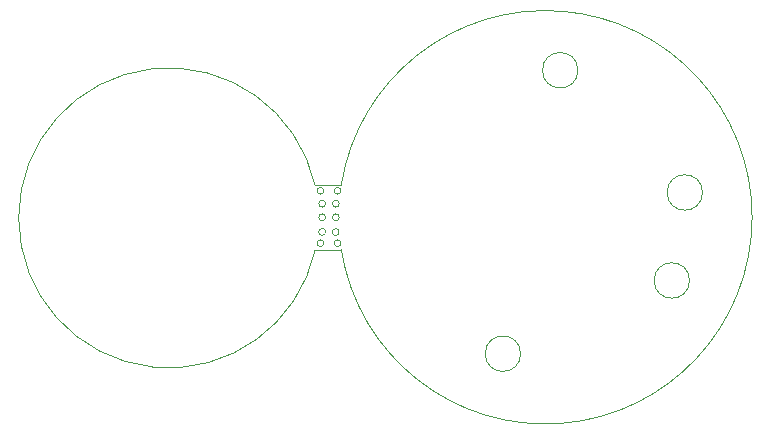
<source format=gbr>
%TF.GenerationSoftware,KiCad,Pcbnew,(6.0.0-rc1-314-g10be483430)*%
%TF.CreationDate,2021-12-09T18:24:32+11:00*%
%TF.ProjectId,project_llama,70726f6a-6563-4745-9f6c-6c616d612e6b,rev?*%
%TF.SameCoordinates,Original*%
%TF.FileFunction,Profile,NP*%
%FSLAX46Y46*%
G04 Gerber Fmt 4.6, Leading zero omitted, Abs format (unit mm)*
G04 Created by KiCad (PCBNEW (6.0.0-rc1-314-g10be483430)) date 2021-12-09 18:24:32*
%MOMM*%
%LPD*%
G01*
G04 APERTURE LIST*
%TA.AperFunction,Profile*%
%ADD10C,0.050000*%
%TD*%
G04 APERTURE END LIST*
D10*
X204391548Y-37758453D02*
G75*
G03*
X204391548Y-37758453I-291548J0D01*
G01*
X203091548Y-38850000D02*
G75*
G03*
X203091548Y-38850000I-291548J0D01*
G01*
X204241548Y-38850000D02*
G75*
G03*
X204241548Y-38850000I-291548J0D01*
G01*
X203091548Y-39991547D02*
G75*
G03*
X203091548Y-39991547I-291548J0D01*
G01*
X204241548Y-39991547D02*
G75*
G03*
X204241548Y-39991547I-291548J0D01*
G01*
X203091548Y-41241547D02*
G75*
G03*
X203091548Y-41241547I-291548J0D01*
G01*
X204233095Y-41250000D02*
G75*
G03*
X204233095Y-41250000I-291548J0D01*
G01*
X204391548Y-42191547D02*
G75*
G03*
X204391548Y-42191547I-291548J0D01*
G01*
X202941548Y-42191547D02*
G75*
G03*
X202941548Y-42191547I-291548J0D01*
G01*
X224450000Y-27550000D02*
G75*
G03*
X224450000Y-27550000I-1500000J0D01*
G01*
X235000000Y-37900000D02*
G75*
G03*
X235000000Y-37900000I-1500000J0D01*
G01*
X202941548Y-37758453D02*
G75*
G03*
X202941548Y-37758453I-291548J0D01*
G01*
X202187542Y-37249992D02*
X204417349Y-37250074D01*
X202209688Y-42749932D02*
X204417679Y-42750340D01*
X233900000Y-45350000D02*
G75*
G03*
X233900000Y-45350000I-1500000J0D01*
G01*
X202187542Y-37249992D02*
G75*
G03*
X177099951Y-40049999I-12387542J-2800008D01*
G01*
X204417680Y-42750339D02*
G75*
G03*
X239199799Y-40000000I17282320J2750339D01*
G01*
X177100000Y-40050000D02*
G75*
G03*
X202209688Y-42749932I12700000J0D01*
G01*
X219600000Y-51550000D02*
G75*
G03*
X219600000Y-51550000I-1500000J0D01*
G01*
X239199798Y-40000000D02*
G75*
G03*
X204417349Y-37250074I-17499930J0D01*
G01*
M02*

</source>
